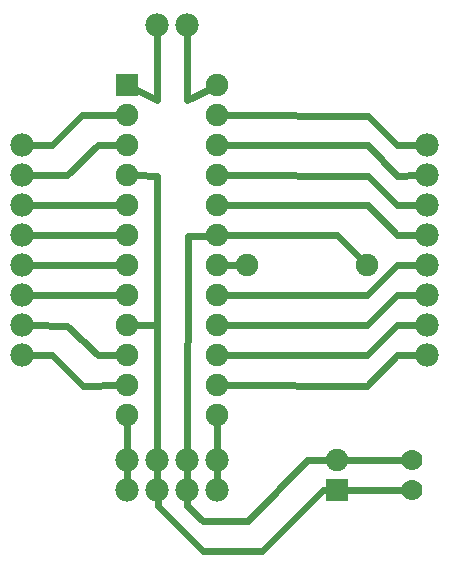
<source format=gbl>
G04 MADE WITH FRITZING*
G04 WWW.FRITZING.ORG*
G04 SINGLE SIDED*
G04 HOLES NOT PLATED*
G04 CONTOUR ON CENTER OF CONTOUR VECTOR*
%ASAXBY*%
%FSLAX23Y23*%
%MOIN*%
%OFA0B0*%
%SFA1.0B1.0*%
%ADD10C,0.075000*%
%ADD11C,0.078000*%
%ADD12C,0.070000*%
%ADD13R,0.075000X0.075000*%
%ADD14C,0.024000*%
%LNCOPPER0*%
G90*
G70*
G54D10*
X498Y1643D03*
X798Y1643D03*
X498Y1543D03*
X798Y1543D03*
X498Y1443D03*
X798Y1443D03*
X498Y1343D03*
X798Y1343D03*
X498Y1243D03*
X798Y1243D03*
X498Y1143D03*
X798Y1143D03*
X498Y1043D03*
X798Y1043D03*
X498Y943D03*
X798Y943D03*
X498Y843D03*
X798Y843D03*
X498Y743D03*
X798Y743D03*
X498Y643D03*
X798Y643D03*
X498Y543D03*
X798Y543D03*
X898Y1043D03*
X1298Y1043D03*
G54D11*
X598Y1843D03*
X698Y1843D03*
X498Y393D03*
X598Y393D03*
X698Y393D03*
X798Y393D03*
X498Y293D03*
X598Y293D03*
X698Y293D03*
X798Y293D03*
X1498Y1443D03*
X1498Y1343D03*
X1498Y1243D03*
X1498Y1143D03*
X1498Y1043D03*
X1498Y943D03*
X1498Y843D03*
X1498Y743D03*
X148Y1443D03*
X148Y1343D03*
X148Y1243D03*
X148Y1143D03*
X148Y1043D03*
X148Y943D03*
X148Y843D03*
X148Y743D03*
G54D10*
X1198Y293D03*
X1198Y393D03*
G54D12*
X1448Y293D03*
X1448Y393D03*
G54D13*
X498Y1643D03*
X1198Y293D03*
G54D14*
X527Y843D02*
X597Y844D01*
D02*
X596Y1342D02*
X597Y844D01*
D02*
X527Y1343D02*
X596Y1342D01*
D02*
X1198Y1143D02*
X827Y1143D01*
D02*
X1278Y1063D02*
X1198Y1143D01*
D02*
X870Y1043D02*
X827Y1043D01*
D02*
X596Y1594D02*
X524Y1630D01*
D02*
X598Y1813D02*
X596Y1594D01*
D02*
X697Y1594D02*
X773Y1630D01*
D02*
X698Y1813D02*
X697Y1594D01*
D02*
X248Y743D02*
X178Y743D01*
D02*
X349Y642D02*
X248Y743D01*
D02*
X470Y643D02*
X349Y642D01*
D02*
X399Y743D02*
X298Y842D01*
D02*
X298Y842D02*
X178Y843D01*
D02*
X470Y743D02*
X399Y743D01*
D02*
X347Y1543D02*
X246Y1443D01*
D02*
X246Y1443D02*
X178Y1443D01*
D02*
X470Y1543D02*
X347Y1543D01*
D02*
X399Y1443D02*
X298Y1343D01*
D02*
X298Y1343D02*
X178Y1343D01*
D02*
X470Y1443D02*
X399Y1443D01*
D02*
X470Y1243D02*
X178Y1243D01*
D02*
X470Y1143D02*
X178Y1143D01*
D02*
X470Y1043D02*
X178Y1043D01*
D02*
X470Y943D02*
X178Y943D01*
D02*
X1298Y642D02*
X827Y643D01*
D02*
X1398Y743D02*
X1298Y642D01*
D02*
X1468Y743D02*
X1398Y743D01*
D02*
X1298Y743D02*
X827Y743D01*
D02*
X1398Y843D02*
X1298Y743D01*
D02*
X1468Y843D02*
X1398Y843D01*
D02*
X1298Y843D02*
X827Y843D01*
D02*
X1398Y943D02*
X1298Y843D01*
D02*
X1468Y943D02*
X1398Y943D01*
D02*
X1298Y943D02*
X827Y943D01*
D02*
X1398Y1043D02*
X1298Y943D01*
D02*
X1468Y1043D02*
X1398Y1043D01*
D02*
X1299Y1542D02*
X827Y1543D01*
D02*
X1398Y1443D02*
X1299Y1542D01*
D02*
X1468Y1443D02*
X1398Y1443D01*
D02*
X1299Y1443D02*
X827Y1443D01*
D02*
X1398Y1342D02*
X1299Y1443D01*
D02*
X1468Y1343D02*
X1398Y1342D01*
D02*
X1299Y1342D02*
X827Y1343D01*
D02*
X1398Y1243D02*
X1299Y1342D01*
D02*
X1468Y1243D02*
X1398Y1243D01*
D02*
X1299Y1243D02*
X827Y1243D01*
D02*
X1398Y1143D02*
X1299Y1243D01*
D02*
X1468Y1143D02*
X1398Y1143D01*
D02*
X498Y423D02*
X498Y514D01*
D02*
X798Y423D02*
X798Y514D01*
D02*
X597Y844D02*
X598Y423D01*
D02*
X700Y1142D02*
X698Y423D01*
D02*
X770Y1142D02*
X700Y1142D01*
D02*
X1098Y394D02*
X1170Y393D01*
D02*
X899Y192D02*
X1098Y394D01*
D02*
X697Y241D02*
X749Y192D01*
D02*
X749Y192D02*
X899Y192D01*
D02*
X698Y263D02*
X697Y241D01*
D02*
X498Y323D02*
X498Y363D01*
D02*
X598Y323D02*
X598Y363D01*
D02*
X698Y323D02*
X698Y363D01*
D02*
X798Y323D02*
X798Y363D01*
D02*
X1150Y293D02*
X948Y91D01*
D02*
X948Y91D02*
X749Y91D01*
D02*
X599Y241D02*
X599Y263D01*
D02*
X749Y91D02*
X599Y241D01*
D02*
X1170Y293D02*
X1150Y293D01*
D02*
X1422Y393D02*
X1227Y393D01*
D02*
X1422Y293D02*
X1227Y293D01*
G04 End of Copper0*
M02*
</source>
